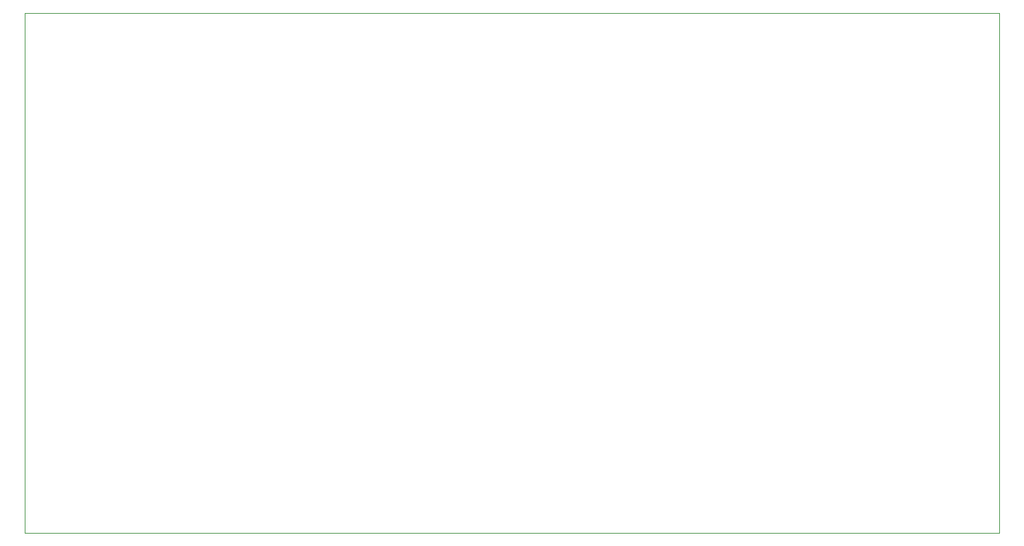
<source format=gbr>
%TF.GenerationSoftware,KiCad,Pcbnew,8.0.3*%
%TF.CreationDate,2024-07-14T18:55:45-07:00*%
%TF.ProjectId,robosub_teensy,726f626f-7375-4625-9f74-65656e73792e,rev?*%
%TF.SameCoordinates,Original*%
%TF.FileFunction,Profile,NP*%
%FSLAX46Y46*%
G04 Gerber Fmt 4.6, Leading zero omitted, Abs format (unit mm)*
G04 Created by KiCad (PCBNEW 8.0.3) date 2024-07-14 18:55:45*
%MOMM*%
%LPD*%
G01*
G04 APERTURE LIST*
%TA.AperFunction,Profile*%
%ADD10C,0.050000*%
%TD*%
G04 APERTURE END LIST*
D10*
X128050000Y-156925000D02*
X248050000Y-156925000D01*
X248050000Y-220950000D01*
X128050000Y-220950000D01*
X128050000Y-156925000D01*
M02*

</source>
